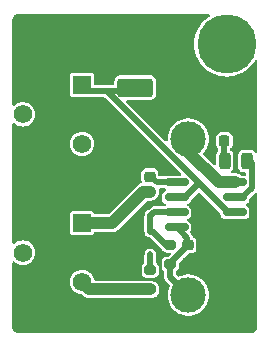
<source format=gtl>
G04 #@! TF.GenerationSoftware,KiCad,Pcbnew,8.0.1*
G04 #@! TF.CreationDate,2024-07-04T15:13:31+08:00*
G04 #@! TF.ProjectId,555Sandbox,35353553-616e-4646-926f-782e6b696361,1.0.0*
G04 #@! TF.SameCoordinates,Original*
G04 #@! TF.FileFunction,Copper,L1,Top*
G04 #@! TF.FilePolarity,Positive*
%FSLAX46Y46*%
G04 Gerber Fmt 4.6, Leading zero omitted, Abs format (unit mm)*
G04 Created by KiCad (PCBNEW 8.0.1) date 2024-07-04 15:13:31*
%MOMM*%
%LPD*%
G01*
G04 APERTURE LIST*
G04 Aperture macros list*
%AMRoundRect*
0 Rectangle with rounded corners*
0 $1 Rounding radius*
0 $2 $3 $4 $5 $6 $7 $8 $9 X,Y pos of 4 corners*
0 Add a 4 corners polygon primitive as box body*
4,1,4,$2,$3,$4,$5,$6,$7,$8,$9,$2,$3,0*
0 Add four circle primitives for the rounded corners*
1,1,$1+$1,$2,$3*
1,1,$1+$1,$4,$5*
1,1,$1+$1,$6,$7*
1,1,$1+$1,$8,$9*
0 Add four rect primitives between the rounded corners*
20,1,$1+$1,$2,$3,$4,$5,0*
20,1,$1+$1,$4,$5,$6,$7,0*
20,1,$1+$1,$6,$7,$8,$9,0*
20,1,$1+$1,$8,$9,$2,$3,0*%
G04 Aperture macros list end*
G04 #@! TA.AperFunction,SMDPad,CuDef*
%ADD10RoundRect,0.150000X0.825000X0.150000X-0.825000X0.150000X-0.825000X-0.150000X0.825000X-0.150000X0*%
G04 #@! TD*
G04 #@! TA.AperFunction,SMDPad,CuDef*
%ADD11RoundRect,0.243750X-0.243750X-0.456250X0.243750X-0.456250X0.243750X0.456250X-0.243750X0.456250X0*%
G04 #@! TD*
G04 #@! TA.AperFunction,SMDPad,CuDef*
%ADD12RoundRect,0.250000X-1.250000X-0.550000X1.250000X-0.550000X1.250000X0.550000X-1.250000X0.550000X0*%
G04 #@! TD*
G04 #@! TA.AperFunction,SMDPad,CuDef*
%ADD13RoundRect,0.200000X-0.275000X0.200000X-0.275000X-0.200000X0.275000X-0.200000X0.275000X0.200000X0*%
G04 #@! TD*
G04 #@! TA.AperFunction,SMDPad,CuDef*
%ADD14RoundRect,0.225000X-0.225000X-0.250000X0.225000X-0.250000X0.225000X0.250000X-0.225000X0.250000X0*%
G04 #@! TD*
G04 #@! TA.AperFunction,SMDPad,CuDef*
%ADD15RoundRect,0.200000X0.275000X-0.200000X0.275000X0.200000X-0.275000X0.200000X-0.275000X-0.200000X0*%
G04 #@! TD*
G04 #@! TA.AperFunction,SMDPad,CuDef*
%ADD16RoundRect,0.225000X0.250000X-0.225000X0.250000X0.225000X-0.250000X0.225000X-0.250000X-0.225000X0*%
G04 #@! TD*
G04 #@! TA.AperFunction,SMDPad,CuDef*
%ADD17RoundRect,0.225000X-0.250000X0.225000X-0.250000X-0.225000X0.250000X-0.225000X0.250000X0.225000X0*%
G04 #@! TD*
G04 #@! TA.AperFunction,SMDPad,CuDef*
%ADD18RoundRect,0.112500X-0.112500X0.187500X-0.112500X-0.187500X0.112500X-0.187500X0.112500X0.187500X0*%
G04 #@! TD*
G04 #@! TA.AperFunction,ComponentPad*
%ADD19R,1.560000X1.560000*%
G04 #@! TD*
G04 #@! TA.AperFunction,ComponentPad*
%ADD20C,1.560000*%
G04 #@! TD*
G04 #@! TA.AperFunction,ComponentPad*
%ADD21C,5.000000*%
G04 #@! TD*
G04 #@! TA.AperFunction,ComponentPad*
%ADD22C,3.000000*%
G04 #@! TD*
G04 #@! TA.AperFunction,ViaPad*
%ADD23C,0.600000*%
G04 #@! TD*
G04 #@! TA.AperFunction,Conductor*
%ADD24C,0.500000*%
G04 #@! TD*
G04 #@! TA.AperFunction,Conductor*
%ADD25C,1.000000*%
G04 #@! TD*
G04 APERTURE END LIST*
D10*
X94300000Y-85470000D03*
X94300000Y-84200000D03*
X94300000Y-82930000D03*
X94300000Y-81660000D03*
X89350000Y-81660000D03*
X89350000Y-82930000D03*
X89350000Y-84200000D03*
X89350000Y-85470000D03*
D11*
X93437500Y-79850000D03*
X95312500Y-79850000D03*
D12*
X85850000Y-73650000D03*
X90250000Y-73650000D03*
D13*
X87125000Y-89075000D03*
X87125000Y-90725000D03*
D14*
X93400000Y-78150000D03*
X94950000Y-78150000D03*
D15*
X88825000Y-88600000D03*
X88825000Y-86950000D03*
D16*
X87100000Y-81175000D03*
X87100000Y-79625000D03*
D17*
X90300000Y-86975000D03*
X90300000Y-88525000D03*
D18*
X87125000Y-82450000D03*
X87125000Y-84550000D03*
X87125000Y-85750000D03*
X87125000Y-87850000D03*
D19*
X81350000Y-73400000D03*
D20*
X76350000Y-75900000D03*
X81350000Y-78400000D03*
D21*
X93600000Y-69950000D03*
D19*
X81350000Y-85100000D03*
D20*
X76350000Y-87600000D03*
X81350000Y-90100000D03*
D22*
X90350000Y-78000000D03*
X90350000Y-91200000D03*
D23*
X95750000Y-86750000D03*
X94000000Y-76450000D03*
X95500000Y-76450000D03*
X94250000Y-88250000D03*
X95500000Y-74950000D03*
X95750000Y-88250000D03*
D24*
X88825000Y-88525000D02*
X90350000Y-87000000D01*
D25*
X92910000Y-81660000D02*
X94300000Y-81660000D01*
D24*
X88825000Y-88600000D02*
X88825000Y-89675000D01*
X88825000Y-88625000D02*
X88825000Y-88525000D01*
X90275000Y-86395000D02*
X89350000Y-85470000D01*
D25*
X90350000Y-78000000D02*
X90350000Y-79100000D01*
D24*
X90275000Y-86975000D02*
X90275000Y-86395000D01*
X88825000Y-89675000D02*
X90350000Y-91200000D01*
X90225000Y-77500000D02*
X90125000Y-77400000D01*
X90225000Y-77500000D02*
X90192743Y-77467743D01*
D25*
X90350000Y-79100000D02*
X92910000Y-81660000D01*
D24*
X87193502Y-81175000D02*
X86925000Y-81175000D01*
X89350000Y-81660000D02*
X87678502Y-81660000D01*
X87678502Y-81660000D02*
X87193502Y-81175000D01*
X90095000Y-82930000D02*
X91271342Y-81753658D01*
X83450000Y-73932316D02*
X93717684Y-84200000D01*
X81890000Y-73900000D02*
X81490000Y-73500000D01*
X89350000Y-82930000D02*
X90095000Y-82930000D01*
X86050000Y-74200000D02*
X85750000Y-73900000D01*
X93717684Y-84200000D02*
X94300000Y-84200000D01*
X85750000Y-73900000D02*
X81890000Y-73900000D01*
X87125000Y-84550000D02*
X87125000Y-85750000D01*
X88825000Y-86975000D02*
X88825000Y-86950000D01*
X89350000Y-84200000D02*
X87475000Y-84200000D01*
X88825000Y-86950000D02*
X88475000Y-86950000D01*
X88475000Y-86950000D02*
X87275000Y-85750000D01*
X87275000Y-85750000D02*
X87125000Y-85750000D01*
X87475000Y-84200000D02*
X87125000Y-84550000D01*
D25*
X83900000Y-85100000D02*
X81350000Y-85100000D01*
X87125000Y-82450000D02*
X86550000Y-82450000D01*
X86550000Y-82450000D02*
X83900000Y-85100000D01*
D24*
X87125000Y-87850000D02*
X87125000Y-89075000D01*
X95725000Y-80000000D02*
X95725000Y-82125000D01*
X95575000Y-79850000D02*
X95725000Y-80000000D01*
X95725000Y-82125000D02*
X94920000Y-82930000D01*
X94920000Y-82930000D02*
X94300000Y-82930000D01*
X93400000Y-78150000D02*
X93400000Y-79550000D01*
D25*
X81975000Y-90725000D02*
X87125000Y-90725000D01*
X81350000Y-90100000D02*
X81975000Y-90725000D01*
G04 #@! TA.AperFunction,Conductor*
G36*
X92122977Y-67420185D02*
G01*
X92168732Y-67472989D01*
X92178676Y-67542147D01*
X92149651Y-67605703D01*
X92120091Y-67630614D01*
X92067126Y-67662632D01*
X92034673Y-67682251D01*
X91772744Y-67887460D01*
X91537460Y-68122744D01*
X91332251Y-68384673D01*
X91160101Y-68669445D01*
X91160100Y-68669447D01*
X91023536Y-68972880D01*
X91023530Y-68972895D01*
X90924546Y-69290550D01*
X90864563Y-69617863D01*
X90844473Y-69950000D01*
X90864563Y-70282136D01*
X90864563Y-70282141D01*
X90864564Y-70282142D01*
X90924544Y-70609441D01*
X90924545Y-70609445D01*
X90924546Y-70609449D01*
X91023530Y-70927104D01*
X91023534Y-70927116D01*
X91023537Y-70927123D01*
X91160102Y-71230557D01*
X91230616Y-71347201D01*
X91332251Y-71515326D01*
X91537460Y-71777255D01*
X91772744Y-72012539D01*
X92034673Y-72217748D01*
X92034678Y-72217751D01*
X92034682Y-72217754D01*
X92319443Y-72389898D01*
X92622877Y-72526463D01*
X92622890Y-72526467D01*
X92622895Y-72526469D01*
X92834665Y-72592458D01*
X92940559Y-72625456D01*
X93267858Y-72685436D01*
X93600000Y-72705527D01*
X93932142Y-72685436D01*
X94259441Y-72625456D01*
X94577123Y-72526463D01*
X94880557Y-72389898D01*
X95165318Y-72217754D01*
X95427252Y-72012542D01*
X95662542Y-71777252D01*
X95867754Y-71515318D01*
X95969385Y-71347198D01*
X96020911Y-71300014D01*
X96089770Y-71288175D01*
X96154099Y-71315444D01*
X96193473Y-71373162D01*
X96199500Y-71411351D01*
X96199500Y-79055729D01*
X96179815Y-79122768D01*
X96127011Y-79168523D01*
X96057853Y-79178467D01*
X95994297Y-79149442D01*
X95976233Y-79130040D01*
X95970789Y-79122768D01*
X95909331Y-79040669D01*
X95840117Y-78988856D01*
X95795556Y-78955498D01*
X95795554Y-78955497D01*
X95662391Y-78905829D01*
X95662389Y-78905828D01*
X95662387Y-78905828D01*
X95603529Y-78899500D01*
X95021482Y-78899500D01*
X95021473Y-78899501D01*
X94962608Y-78905828D01*
X94829445Y-78955497D01*
X94715669Y-79040669D01*
X94630498Y-79154443D01*
X94630497Y-79154446D01*
X94590764Y-79260974D01*
X94580828Y-79287612D01*
X94574500Y-79346462D01*
X94574500Y-80353517D01*
X94574501Y-80353526D01*
X94580828Y-80412391D01*
X94624088Y-80528372D01*
X94630497Y-80545554D01*
X94715669Y-80659331D01*
X94829446Y-80744503D01*
X94962609Y-80794171D01*
X95021479Y-80800500D01*
X95100500Y-80800499D01*
X95167538Y-80820183D01*
X95213294Y-80872986D01*
X95224500Y-80924499D01*
X95224500Y-80985500D01*
X95204815Y-81052539D01*
X95152011Y-81098294D01*
X95100500Y-81109500D01*
X94862230Y-81109500D01*
X94795191Y-81089815D01*
X94783531Y-81080419D01*
X94783126Y-81080914D01*
X94778415Y-81077048D01*
X94655501Y-80994919D01*
X94655488Y-80994912D01*
X94518917Y-80938343D01*
X94518907Y-80938340D01*
X94373920Y-80909500D01*
X94373918Y-80909500D01*
X94072704Y-80909500D01*
X94005665Y-80889815D01*
X93959910Y-80837011D01*
X93949966Y-80767853D01*
X93978991Y-80704297D01*
X93998394Y-80686233D01*
X94000025Y-80685011D01*
X94034331Y-80659331D01*
X94119503Y-80545554D01*
X94169171Y-80412391D01*
X94171536Y-80390383D01*
X94175499Y-80353537D01*
X94175499Y-80353526D01*
X94175500Y-80353521D01*
X94175499Y-79346480D01*
X94169171Y-79287609D01*
X94119503Y-79154446D01*
X94034331Y-79040669D01*
X93965117Y-78988856D01*
X93950189Y-78977681D01*
X93908318Y-78921747D01*
X93900500Y-78878414D01*
X93900500Y-78849807D01*
X93920185Y-78782768D01*
X93950190Y-78750539D01*
X93964687Y-78739687D01*
X94046628Y-78630226D01*
X94094412Y-78502114D01*
X94096687Y-78480944D01*
X94100499Y-78445501D01*
X94100499Y-78445490D01*
X94100500Y-78445485D01*
X94100499Y-77854516D01*
X94094412Y-77797886D01*
X94046628Y-77669774D01*
X93964687Y-77560313D01*
X93898911Y-77511074D01*
X93855228Y-77478373D01*
X93855226Y-77478372D01*
X93727114Y-77430588D01*
X93727112Y-77430587D01*
X93727110Y-77430587D01*
X93670493Y-77424500D01*
X93129518Y-77424500D01*
X93129509Y-77424501D01*
X93072885Y-77430587D01*
X92944773Y-77478372D01*
X92835313Y-77560313D01*
X92753373Y-77669771D01*
X92705587Y-77797889D01*
X92699500Y-77854498D01*
X92699500Y-78445481D01*
X92699501Y-78445490D01*
X92705587Y-78502114D01*
X92742848Y-78602011D01*
X92753372Y-78630226D01*
X92835313Y-78739687D01*
X92835314Y-78739687D01*
X92835314Y-78739688D01*
X92849810Y-78750539D01*
X92891681Y-78806472D01*
X92899500Y-78849807D01*
X92899500Y-78934558D01*
X92879815Y-79001597D01*
X92849812Y-79033824D01*
X92840667Y-79040669D01*
X92755499Y-79154441D01*
X92755497Y-79154445D01*
X92755497Y-79154446D01*
X92715763Y-79260975D01*
X92705828Y-79287612D01*
X92699500Y-79346462D01*
X92699500Y-80088770D01*
X92679815Y-80155809D01*
X92627011Y-80201564D01*
X92557853Y-80211508D01*
X92494297Y-80182483D01*
X92487819Y-80176451D01*
X91656839Y-79345471D01*
X91623354Y-79284148D01*
X91628338Y-79214456D01*
X91647570Y-79180481D01*
X91800386Y-78988857D01*
X91931568Y-78761643D01*
X92027420Y-78517416D01*
X92085802Y-78261630D01*
X92090571Y-78197988D01*
X92105408Y-78000004D01*
X92105408Y-77999995D01*
X92085803Y-77738379D01*
X92085802Y-77738374D01*
X92085802Y-77738370D01*
X92027420Y-77482584D01*
X91931568Y-77238357D01*
X91800386Y-77011143D01*
X91636805Y-76806019D01*
X91636804Y-76806018D01*
X91636801Y-76806014D01*
X91444479Y-76627567D01*
X91227704Y-76479772D01*
X91227700Y-76479770D01*
X91227697Y-76479768D01*
X91227696Y-76479767D01*
X90991325Y-76365938D01*
X90991327Y-76365938D01*
X90740623Y-76288606D01*
X90740619Y-76288605D01*
X90740615Y-76288604D01*
X90615823Y-76269794D01*
X90481187Y-76249500D01*
X90481182Y-76249500D01*
X90218818Y-76249500D01*
X90218812Y-76249500D01*
X90057247Y-76273853D01*
X89959385Y-76288604D01*
X89959382Y-76288605D01*
X89959376Y-76288606D01*
X89708673Y-76365938D01*
X89472303Y-76479767D01*
X89472302Y-76479768D01*
X89255520Y-76627567D01*
X89063198Y-76806014D01*
X88899614Y-77011143D01*
X88768432Y-77238356D01*
X88672582Y-77482578D01*
X88672576Y-77482597D01*
X88614197Y-77738374D01*
X88614196Y-77738379D01*
X88594592Y-77999995D01*
X88594592Y-78000006D01*
X88599517Y-78065739D01*
X88584897Y-78134062D01*
X88535659Y-78183634D01*
X88467437Y-78198717D01*
X88401890Y-78174522D01*
X88388183Y-78162685D01*
X85137678Y-74912180D01*
X85104193Y-74850857D01*
X85109177Y-74781165D01*
X85151049Y-74725232D01*
X85216513Y-74700815D01*
X85225359Y-74700499D01*
X85974105Y-74700499D01*
X85974117Y-74700500D01*
X85984107Y-74700500D01*
X86130326Y-74700500D01*
X86130334Y-74700499D01*
X87147871Y-74700499D01*
X87147872Y-74700499D01*
X87207483Y-74694091D01*
X87342331Y-74643796D01*
X87457546Y-74557546D01*
X87543796Y-74442331D01*
X87594091Y-74307483D01*
X87600500Y-74247873D01*
X87600499Y-73052128D01*
X87594091Y-72992517D01*
X87543796Y-72857669D01*
X87543795Y-72857668D01*
X87543793Y-72857664D01*
X87457547Y-72742455D01*
X87457544Y-72742452D01*
X87342335Y-72656206D01*
X87342328Y-72656202D01*
X87207482Y-72605908D01*
X87207483Y-72605908D01*
X87147883Y-72599501D01*
X87147881Y-72599500D01*
X87147873Y-72599500D01*
X87147864Y-72599500D01*
X84552129Y-72599500D01*
X84552123Y-72599501D01*
X84492516Y-72605908D01*
X84357671Y-72656202D01*
X84357664Y-72656206D01*
X84242455Y-72742452D01*
X84242452Y-72742455D01*
X84156206Y-72857664D01*
X84156202Y-72857671D01*
X84105908Y-72992517D01*
X84099501Y-73052116D01*
X84099501Y-73052123D01*
X84099500Y-73052135D01*
X84099500Y-73275500D01*
X84079815Y-73342539D01*
X84027011Y-73388294D01*
X83975500Y-73399500D01*
X82504500Y-73399500D01*
X82437461Y-73379815D01*
X82391706Y-73327011D01*
X82380500Y-73275500D01*
X82380500Y-72595323D01*
X82380499Y-72595321D01*
X82365967Y-72522264D01*
X82365966Y-72522260D01*
X82310601Y-72439399D01*
X82236518Y-72389899D01*
X82227739Y-72384033D01*
X82227735Y-72384032D01*
X82154677Y-72369500D01*
X82154674Y-72369500D01*
X80545326Y-72369500D01*
X80545323Y-72369500D01*
X80472264Y-72384032D01*
X80472260Y-72384033D01*
X80389399Y-72439399D01*
X80334033Y-72522260D01*
X80334032Y-72522264D01*
X80319500Y-72595321D01*
X80319500Y-74204678D01*
X80334032Y-74277735D01*
X80334033Y-74277739D01*
X80334034Y-74277740D01*
X80389399Y-74360601D01*
X80449143Y-74400520D01*
X80472260Y-74415966D01*
X80472264Y-74415967D01*
X80545321Y-74430499D01*
X80545324Y-74430500D01*
X80545326Y-74430500D01*
X82154676Y-74430500D01*
X82227740Y-74415966D01*
X82239023Y-74411293D01*
X82240499Y-74414858D01*
X82286276Y-74400520D01*
X82288501Y-74400500D01*
X83159008Y-74400500D01*
X83226047Y-74420185D01*
X83246689Y-74436819D01*
X89707689Y-80897819D01*
X89741174Y-80959142D01*
X89736190Y-81028834D01*
X89694318Y-81084767D01*
X89628854Y-81109184D01*
X89620008Y-81109500D01*
X88493482Y-81109500D01*
X88399694Y-81124354D01*
X88357243Y-81145985D01*
X88300948Y-81159500D01*
X87949499Y-81159500D01*
X87882460Y-81139815D01*
X87836705Y-81087011D01*
X87825499Y-81035500D01*
X87825499Y-80904518D01*
X87825498Y-80904509D01*
X87819412Y-80847885D01*
X87789561Y-80767853D01*
X87771628Y-80719774D01*
X87689687Y-80610313D01*
X87623911Y-80561074D01*
X87580228Y-80528373D01*
X87580226Y-80528372D01*
X87452114Y-80480588D01*
X87452112Y-80480587D01*
X87452110Y-80480587D01*
X87395493Y-80474500D01*
X86804518Y-80474500D01*
X86804509Y-80474501D01*
X86747885Y-80480587D01*
X86619773Y-80528372D01*
X86510313Y-80610313D01*
X86428373Y-80719771D01*
X86380587Y-80847889D01*
X86374500Y-80904498D01*
X86374500Y-81445481D01*
X86374501Y-81445490D01*
X86380588Y-81502116D01*
X86405237Y-81568201D01*
X86410222Y-81637892D01*
X86376738Y-81699216D01*
X86336509Y-81726096D01*
X86194506Y-81784915D01*
X86145461Y-81817686D01*
X86145460Y-81817685D01*
X86071585Y-81867046D01*
X86071578Y-81867052D01*
X83625451Y-84313181D01*
X83564128Y-84346666D01*
X83537770Y-84349500D01*
X82493040Y-84349500D01*
X82426001Y-84329815D01*
X82380246Y-84277011D01*
X82371423Y-84249691D01*
X82365967Y-84222263D01*
X82365966Y-84222260D01*
X82310601Y-84139399D01*
X82227740Y-84084034D01*
X82227739Y-84084033D01*
X82227735Y-84084032D01*
X82154677Y-84069500D01*
X82154674Y-84069500D01*
X80545326Y-84069500D01*
X80545323Y-84069500D01*
X80472264Y-84084032D01*
X80472260Y-84084033D01*
X80389399Y-84139399D01*
X80334033Y-84222260D01*
X80334032Y-84222264D01*
X80319500Y-84295321D01*
X80319500Y-85904678D01*
X80334032Y-85977735D01*
X80334033Y-85977739D01*
X80334034Y-85977740D01*
X80389399Y-86060601D01*
X80472260Y-86115966D01*
X80472264Y-86115967D01*
X80545321Y-86130499D01*
X80545324Y-86130500D01*
X80545326Y-86130500D01*
X82154676Y-86130500D01*
X82154677Y-86130499D01*
X82227740Y-86115966D01*
X82310601Y-86060601D01*
X82365966Y-85977740D01*
X82367118Y-85971948D01*
X82371423Y-85950309D01*
X82403807Y-85888398D01*
X82464523Y-85853824D01*
X82493040Y-85850500D01*
X83973920Y-85850500D01*
X84083406Y-85828721D01*
X84118913Y-85821658D01*
X84255495Y-85765084D01*
X84304729Y-85732186D01*
X84378416Y-85682952D01*
X86824549Y-83236819D01*
X86885872Y-83203334D01*
X86912230Y-83200500D01*
X87198920Y-83200500D01*
X87296462Y-83181096D01*
X87343913Y-83171658D01*
X87480495Y-83115084D01*
X87603416Y-83032951D01*
X87707951Y-82928416D01*
X87790084Y-82805495D01*
X87846658Y-82668913D01*
X87870481Y-82549152D01*
X87875500Y-82523920D01*
X87875500Y-82376079D01*
X87862095Y-82308692D01*
X87868322Y-82239101D01*
X87911184Y-82183923D01*
X87977074Y-82160678D01*
X87983712Y-82160500D01*
X88300948Y-82160500D01*
X88357242Y-82174015D01*
X88377850Y-82184515D01*
X88428646Y-82232488D01*
X88445442Y-82300309D01*
X88422905Y-82366444D01*
X88377852Y-82405484D01*
X88286658Y-82451950D01*
X88286657Y-82451951D01*
X88286652Y-82451954D01*
X88196954Y-82541652D01*
X88196951Y-82541657D01*
X88139352Y-82654698D01*
X88124500Y-82748475D01*
X88124500Y-83111517D01*
X88134025Y-83171656D01*
X88139354Y-83205304D01*
X88196950Y-83318342D01*
X88196952Y-83318344D01*
X88196954Y-83318347D01*
X88286652Y-83408045D01*
X88286654Y-83408046D01*
X88286658Y-83408050D01*
X88377851Y-83454515D01*
X88428646Y-83502489D01*
X88445441Y-83570310D01*
X88422904Y-83636444D01*
X88377855Y-83675481D01*
X88357248Y-83685982D01*
X88300948Y-83699500D01*
X87409108Y-83699500D01*
X87281812Y-83733608D01*
X87167686Y-83799500D01*
X86995009Y-83972176D01*
X86933685Y-84005660D01*
X86925209Y-84007198D01*
X86907492Y-84009779D01*
X86907488Y-84009781D01*
X86798651Y-84062988D01*
X86712988Y-84148651D01*
X86659780Y-84257488D01*
X86659780Y-84257491D01*
X86649500Y-84328051D01*
X86649500Y-84328056D01*
X86649500Y-84374480D01*
X86645275Y-84406572D01*
X86624500Y-84484106D01*
X86624500Y-85815893D01*
X86645275Y-85893429D01*
X86649500Y-85925519D01*
X86649500Y-85971949D01*
X86659779Y-86042506D01*
X86659779Y-86042507D01*
X86659780Y-86042509D01*
X86712530Y-86150410D01*
X86712989Y-86151349D01*
X86798651Y-86237011D01*
X86907488Y-86290219D01*
X86907489Y-86290219D01*
X86907491Y-86290220D01*
X86978051Y-86300500D01*
X87066323Y-86300499D01*
X87133361Y-86320183D01*
X87154004Y-86336818D01*
X88070159Y-87252972D01*
X88070180Y-87252995D01*
X88109505Y-87292319D01*
X88138866Y-87339045D01*
X88147207Y-87362882D01*
X88227850Y-87472150D01*
X88337118Y-87552793D01*
X88379845Y-87567744D01*
X88465299Y-87597646D01*
X88495730Y-87600500D01*
X88495734Y-87600500D01*
X88742324Y-87600500D01*
X88809363Y-87620185D01*
X88855118Y-87672989D01*
X88865062Y-87742147D01*
X88836037Y-87805703D01*
X88830005Y-87812181D01*
X88729005Y-87913181D01*
X88667682Y-87946666D01*
X88641324Y-87949500D01*
X88495730Y-87949500D01*
X88465300Y-87952353D01*
X88465298Y-87952353D01*
X88337119Y-87997206D01*
X88337117Y-87997207D01*
X88227850Y-88077850D01*
X88147207Y-88187117D01*
X88147206Y-88187119D01*
X88102353Y-88315298D01*
X88102353Y-88315300D01*
X88099500Y-88345730D01*
X88099500Y-88854269D01*
X88102353Y-88884699D01*
X88102353Y-88884701D01*
X88147206Y-89012880D01*
X88147207Y-89012882D01*
X88227850Y-89122150D01*
X88274134Y-89156309D01*
X88316384Y-89211954D01*
X88324500Y-89256078D01*
X88324500Y-89740891D01*
X88358608Y-89868187D01*
X88375814Y-89897988D01*
X88424500Y-89982314D01*
X88424502Y-89982316D01*
X88742659Y-90300473D01*
X88776144Y-90361796D01*
X88771160Y-90431488D01*
X88770083Y-90434020D01*
X88770127Y-90434038D01*
X88672582Y-90682578D01*
X88672576Y-90682597D01*
X88614197Y-90938374D01*
X88614196Y-90938379D01*
X88594592Y-91199995D01*
X88594592Y-91200004D01*
X88614196Y-91461620D01*
X88614197Y-91461625D01*
X88672576Y-91717402D01*
X88672578Y-91717411D01*
X88672580Y-91717416D01*
X88768432Y-91961643D01*
X88899614Y-92188857D01*
X89031736Y-92354533D01*
X89063198Y-92393985D01*
X89244753Y-92562441D01*
X89255521Y-92572433D01*
X89472296Y-92720228D01*
X89472301Y-92720230D01*
X89472302Y-92720231D01*
X89472303Y-92720232D01*
X89597843Y-92780688D01*
X89708673Y-92834061D01*
X89708674Y-92834061D01*
X89708677Y-92834063D01*
X89959385Y-92911396D01*
X90218818Y-92950500D01*
X90481182Y-92950500D01*
X90740615Y-92911396D01*
X90991323Y-92834063D01*
X91227704Y-92720228D01*
X91444479Y-92572433D01*
X91636805Y-92393981D01*
X91800386Y-92188857D01*
X91931568Y-91961643D01*
X92027420Y-91717416D01*
X92085802Y-91461630D01*
X92086924Y-91446656D01*
X92105408Y-91200004D01*
X92105408Y-91199995D01*
X92085803Y-90938379D01*
X92085802Y-90938374D01*
X92085802Y-90938370D01*
X92027420Y-90682584D01*
X91931568Y-90438357D01*
X91800386Y-90211143D01*
X91636805Y-90006019D01*
X91636804Y-90006018D01*
X91636801Y-90006014D01*
X91444479Y-89827567D01*
X91317350Y-89740892D01*
X91227704Y-89679772D01*
X91227700Y-89679770D01*
X91227697Y-89679768D01*
X91227696Y-89679767D01*
X90991325Y-89565938D01*
X90991327Y-89565938D01*
X90740623Y-89488606D01*
X90740619Y-89488605D01*
X90740615Y-89488604D01*
X90601836Y-89467686D01*
X90481187Y-89449500D01*
X90481182Y-89449500D01*
X90218818Y-89449500D01*
X90218812Y-89449500D01*
X90057247Y-89473853D01*
X89959385Y-89488604D01*
X89959382Y-89488605D01*
X89959376Y-89488606D01*
X89708686Y-89565933D01*
X89708677Y-89565937D01*
X89595631Y-89620376D01*
X89526690Y-89631727D01*
X89462556Y-89604004D01*
X89454150Y-89596336D01*
X89361819Y-89504005D01*
X89328334Y-89442682D01*
X89325500Y-89416324D01*
X89325500Y-89256078D01*
X89345185Y-89189039D01*
X89375864Y-89156310D01*
X89422150Y-89122150D01*
X89502793Y-89012882D01*
X89525219Y-88948790D01*
X89547646Y-88884701D01*
X89547646Y-88884699D01*
X89550500Y-88854269D01*
X89550500Y-88558675D01*
X89570185Y-88491636D01*
X89586815Y-88470998D01*
X90345995Y-87711817D01*
X90407318Y-87678333D01*
X90433676Y-87675499D01*
X90595481Y-87675499D01*
X90595484Y-87675499D01*
X90652114Y-87669412D01*
X90780226Y-87621628D01*
X90889687Y-87539687D01*
X90971628Y-87430226D01*
X91019412Y-87302114D01*
X91021687Y-87280944D01*
X91025499Y-87245501D01*
X91025499Y-87245494D01*
X91025500Y-87245485D01*
X91025499Y-86704516D01*
X91019412Y-86647886D01*
X91017715Y-86643337D01*
X90978097Y-86537118D01*
X90971628Y-86519774D01*
X90889687Y-86410313D01*
X90808422Y-86349479D01*
X90766552Y-86293546D01*
X90762962Y-86282317D01*
X90741392Y-86201814D01*
X90675500Y-86087686D01*
X90582314Y-85994500D01*
X90547550Y-85959736D01*
X90514065Y-85898413D01*
X90519049Y-85828721D01*
X90524747Y-85815760D01*
X90560645Y-85745306D01*
X90560647Y-85745301D01*
X90575499Y-85651524D01*
X90575500Y-85651519D01*
X90575499Y-85288482D01*
X90560646Y-85194696D01*
X90503050Y-85081658D01*
X90503046Y-85081654D01*
X90503045Y-85081652D01*
X90413347Y-84991954D01*
X90413343Y-84991951D01*
X90413342Y-84991950D01*
X90410599Y-84990552D01*
X90322147Y-84945483D01*
X90271352Y-84897509D01*
X90254557Y-84829687D01*
X90277095Y-84763553D01*
X90322145Y-84724517D01*
X90413342Y-84678050D01*
X90503050Y-84588342D01*
X90560646Y-84475304D01*
X90560646Y-84475302D01*
X90560647Y-84475301D01*
X90575499Y-84381524D01*
X90575500Y-84381519D01*
X90575499Y-84018482D01*
X90560646Y-83924696D01*
X90503050Y-83811658D01*
X90503046Y-83811654D01*
X90503045Y-83811652D01*
X90413347Y-83721954D01*
X90413343Y-83721951D01*
X90413342Y-83721950D01*
X90369282Y-83699500D01*
X90322147Y-83675483D01*
X90271352Y-83627509D01*
X90254557Y-83559687D01*
X90277095Y-83493553D01*
X90322145Y-83454517D01*
X90413342Y-83408050D01*
X90503050Y-83318342D01*
X90560646Y-83205304D01*
X90560646Y-83205299D01*
X90563660Y-83196026D01*
X90564975Y-83196453D01*
X90590501Y-83142598D01*
X90595353Y-83137459D01*
X91183664Y-82549149D01*
X91244983Y-82515667D01*
X91314675Y-82520651D01*
X91359022Y-82549152D01*
X93038181Y-84228311D01*
X93071666Y-84289634D01*
X93074500Y-84315990D01*
X93074500Y-84381516D01*
X93084649Y-84445596D01*
X93089354Y-84475304D01*
X93146950Y-84588342D01*
X93146952Y-84588344D01*
X93146954Y-84588347D01*
X93236652Y-84678045D01*
X93236654Y-84678046D01*
X93236658Y-84678050D01*
X93349694Y-84735645D01*
X93349698Y-84735647D01*
X93443475Y-84750499D01*
X93443481Y-84750500D01*
X95156518Y-84750499D01*
X95250304Y-84735646D01*
X95363342Y-84678050D01*
X95453050Y-84588342D01*
X95510646Y-84475304D01*
X95510646Y-84475302D01*
X95510647Y-84475301D01*
X95525499Y-84381524D01*
X95525500Y-84381519D01*
X95525499Y-84018482D01*
X95510646Y-83924696D01*
X95453050Y-83811658D01*
X95453046Y-83811654D01*
X95453045Y-83811652D01*
X95363347Y-83721954D01*
X95363343Y-83721951D01*
X95363342Y-83721950D01*
X95319282Y-83699500D01*
X95272147Y-83675483D01*
X95221352Y-83627509D01*
X95204557Y-83559687D01*
X95227095Y-83493553D01*
X95272145Y-83454517D01*
X95363342Y-83408050D01*
X95453050Y-83318342D01*
X95510646Y-83205304D01*
X95510646Y-83205302D01*
X95510647Y-83205301D01*
X95525499Y-83111524D01*
X95525500Y-83111519D01*
X95525499Y-83083676D01*
X95545182Y-83016639D01*
X95561813Y-82995999D01*
X95987820Y-82569993D01*
X96049142Y-82536509D01*
X96118834Y-82541493D01*
X96174767Y-82583365D01*
X96199184Y-82648829D01*
X96199500Y-82657675D01*
X96199500Y-93893038D01*
X96198720Y-93906923D01*
X96188540Y-93997264D01*
X96182362Y-94024333D01*
X96154648Y-94103537D01*
X96142600Y-94128555D01*
X96097957Y-94199604D01*
X96080644Y-94221313D01*
X96021313Y-94280644D01*
X95999604Y-94297957D01*
X95928555Y-94342600D01*
X95903537Y-94354648D01*
X95824333Y-94382362D01*
X95797264Y-94388540D01*
X95717075Y-94397576D01*
X95706921Y-94398720D01*
X95693038Y-94399500D01*
X75956929Y-94399500D01*
X75943108Y-94398727D01*
X75851596Y-94388463D01*
X75824640Y-94382340D01*
X75744255Y-94354349D01*
X75719326Y-94342406D01*
X75647138Y-94297302D01*
X75625479Y-94280137D01*
X75565073Y-94220158D01*
X75547756Y-94198622D01*
X75502143Y-94126760D01*
X75490023Y-94101916D01*
X75461461Y-94021728D01*
X75455149Y-93994831D01*
X75451372Y-93963184D01*
X75450500Y-93948500D01*
X75450500Y-90100000D01*
X80314514Y-90100000D01*
X80334410Y-90302011D01*
X80393337Y-90496267D01*
X80489021Y-90675279D01*
X80489025Y-90675286D01*
X80617800Y-90832199D01*
X80774713Y-90960974D01*
X80774720Y-90960978D01*
X80953732Y-91056662D01*
X80953734Y-91056662D01*
X80953737Y-91056664D01*
X81147987Y-91115589D01*
X81147986Y-91115589D01*
X81190759Y-91119801D01*
X81277137Y-91128309D01*
X81341924Y-91154470D01*
X81352664Y-91164031D01*
X81392048Y-91203415D01*
X81392049Y-91203416D01*
X81496584Y-91307951D01*
X81496585Y-91307952D01*
X81619498Y-91390080D01*
X81619511Y-91390087D01*
X81756082Y-91446656D01*
X81756087Y-91446658D01*
X81756091Y-91446658D01*
X81756092Y-91446659D01*
X81901079Y-91475500D01*
X81901082Y-91475500D01*
X87198920Y-91475500D01*
X87296462Y-91456096D01*
X87343913Y-91446658D01*
X87480495Y-91390084D01*
X87517582Y-91365302D01*
X87545511Y-91351366D01*
X87612882Y-91327793D01*
X87722150Y-91247150D01*
X87802793Y-91137882D01*
X87831213Y-91056662D01*
X87847646Y-91009701D01*
X87847646Y-91009699D01*
X87850500Y-90979269D01*
X87850500Y-90936810D01*
X87852883Y-90912618D01*
X87875500Y-90798920D01*
X87875500Y-90651079D01*
X87852883Y-90537380D01*
X87850500Y-90513188D01*
X87850500Y-90470730D01*
X87847646Y-90440300D01*
X87847646Y-90440298D01*
X87802793Y-90312119D01*
X87802792Y-90312117D01*
X87795335Y-90302013D01*
X87722150Y-90202850D01*
X87612882Y-90122207D01*
X87612880Y-90122206D01*
X87545516Y-90098634D01*
X87517584Y-90084697D01*
X87480495Y-90059916D01*
X87480493Y-90059915D01*
X87480491Y-90059914D01*
X87343913Y-90003342D01*
X87343907Y-90003340D01*
X87198920Y-89974500D01*
X87198918Y-89974500D01*
X82480764Y-89974500D01*
X82413725Y-89954815D01*
X82367970Y-89902011D01*
X82362103Y-89886496D01*
X82344227Y-89827567D01*
X82306664Y-89703737D01*
X82306661Y-89703733D01*
X82306661Y-89703730D01*
X82210978Y-89524720D01*
X82210974Y-89524713D01*
X82082199Y-89367800D01*
X82035249Y-89329269D01*
X86399500Y-89329269D01*
X86402353Y-89359699D01*
X86402353Y-89359701D01*
X86440140Y-89467686D01*
X86447207Y-89487882D01*
X86527850Y-89597150D01*
X86637118Y-89677793D01*
X86679845Y-89692744D01*
X86765299Y-89722646D01*
X86795730Y-89725500D01*
X86795734Y-89725500D01*
X87454270Y-89725500D01*
X87484699Y-89722646D01*
X87484701Y-89722646D01*
X87548790Y-89700219D01*
X87612882Y-89677793D01*
X87722150Y-89597150D01*
X87802793Y-89487882D01*
X87827832Y-89416324D01*
X87847646Y-89359701D01*
X87847646Y-89359699D01*
X87850500Y-89329269D01*
X87850500Y-88820730D01*
X87847646Y-88790300D01*
X87847646Y-88790298D01*
X87802793Y-88662119D01*
X87802792Y-88662117D01*
X87722150Y-88552850D01*
X87722146Y-88552847D01*
X87675866Y-88518690D01*
X87633615Y-88463042D01*
X87625500Y-88418920D01*
X87625500Y-87784110D01*
X87625500Y-87784108D01*
X87604724Y-87706570D01*
X87600499Y-87674477D01*
X87600499Y-87628049D01*
X87590220Y-87557493D01*
X87590220Y-87557491D01*
X87537012Y-87448653D01*
X87537010Y-87448651D01*
X87537010Y-87448650D01*
X87451348Y-87362988D01*
X87342511Y-87309780D01*
X87324869Y-87307210D01*
X87271949Y-87299500D01*
X87271943Y-87299500D01*
X86978049Y-87299500D01*
X86907493Y-87309779D01*
X86798650Y-87362989D01*
X86712988Y-87448651D01*
X86659780Y-87557488D01*
X86655925Y-87583951D01*
X86649500Y-87628051D01*
X86649500Y-87628056D01*
X86649500Y-87674480D01*
X86645275Y-87706572D01*
X86624500Y-87784106D01*
X86624500Y-88418920D01*
X86604815Y-88485959D01*
X86574134Y-88518690D01*
X86527853Y-88552847D01*
X86527850Y-88552850D01*
X86447207Y-88662117D01*
X86447206Y-88662119D01*
X86402353Y-88790298D01*
X86402353Y-88790300D01*
X86399500Y-88820730D01*
X86399500Y-89329269D01*
X82035249Y-89329269D01*
X81925286Y-89239025D01*
X81925279Y-89239021D01*
X81746267Y-89143337D01*
X81649138Y-89113873D01*
X81552013Y-89084411D01*
X81552011Y-89084410D01*
X81552013Y-89084410D01*
X81350000Y-89064514D01*
X81147988Y-89084410D01*
X80953732Y-89143337D01*
X80774720Y-89239021D01*
X80774713Y-89239025D01*
X80617800Y-89367800D01*
X80489025Y-89524713D01*
X80489021Y-89524720D01*
X80393337Y-89703732D01*
X80334410Y-89897988D01*
X80314514Y-90100000D01*
X75450500Y-90100000D01*
X75450500Y-88457075D01*
X75470185Y-88390036D01*
X75522989Y-88344281D01*
X75592147Y-88334337D01*
X75653165Y-88361222D01*
X75774713Y-88460974D01*
X75774720Y-88460978D01*
X75953732Y-88556662D01*
X75953734Y-88556662D01*
X75953737Y-88556664D01*
X76147987Y-88615589D01*
X76147986Y-88615589D01*
X76166099Y-88617372D01*
X76350000Y-88635486D01*
X76552013Y-88615589D01*
X76746263Y-88556664D01*
X76925285Y-88460975D01*
X77082199Y-88332199D01*
X77210975Y-88175285D01*
X77268388Y-88067871D01*
X77306662Y-87996267D01*
X77306662Y-87996266D01*
X77306664Y-87996263D01*
X77365589Y-87802013D01*
X77385486Y-87600000D01*
X77365589Y-87397987D01*
X77306664Y-87203737D01*
X77306662Y-87203734D01*
X77306662Y-87203732D01*
X77210978Y-87024720D01*
X77210974Y-87024713D01*
X77082199Y-86867800D01*
X76925286Y-86739025D01*
X76925279Y-86739021D01*
X76746267Y-86643337D01*
X76649138Y-86613873D01*
X76552013Y-86584411D01*
X76552011Y-86584410D01*
X76552013Y-86584410D01*
X76350000Y-86564514D01*
X76147988Y-86584410D01*
X75953732Y-86643337D01*
X75774720Y-86739021D01*
X75774714Y-86739025D01*
X75653164Y-86838778D01*
X75588854Y-86866090D01*
X75519987Y-86854299D01*
X75468427Y-86807146D01*
X75450500Y-86742924D01*
X75450500Y-78400000D01*
X80314514Y-78400000D01*
X80334410Y-78602011D01*
X80393337Y-78796267D01*
X80489021Y-78975279D01*
X80489025Y-78975286D01*
X80617800Y-79132199D01*
X80774713Y-79260974D01*
X80774720Y-79260978D01*
X80953732Y-79356662D01*
X80953734Y-79356662D01*
X80953737Y-79356664D01*
X81147987Y-79415589D01*
X81147986Y-79415589D01*
X81166099Y-79417372D01*
X81350000Y-79435486D01*
X81552013Y-79415589D01*
X81746263Y-79356664D01*
X81925285Y-79260975D01*
X82082199Y-79132199D01*
X82210975Y-78975285D01*
X82306664Y-78796263D01*
X82365589Y-78602013D01*
X82385486Y-78400000D01*
X82365589Y-78197987D01*
X82306664Y-78003737D01*
X82306662Y-78003734D01*
X82306662Y-78003732D01*
X82210978Y-77824720D01*
X82210974Y-77824713D01*
X82082199Y-77667800D01*
X81925286Y-77539025D01*
X81925279Y-77539021D01*
X81746267Y-77443337D01*
X81649138Y-77413873D01*
X81552013Y-77384411D01*
X81552011Y-77384410D01*
X81552013Y-77384410D01*
X81350000Y-77364514D01*
X81147988Y-77384410D01*
X80953732Y-77443337D01*
X80774720Y-77539021D01*
X80774713Y-77539025D01*
X80617800Y-77667800D01*
X80489025Y-77824713D01*
X80489021Y-77824720D01*
X80393337Y-78003732D01*
X80334410Y-78197988D01*
X80314514Y-78400000D01*
X75450500Y-78400000D01*
X75450500Y-76757075D01*
X75470185Y-76690036D01*
X75522989Y-76644281D01*
X75592147Y-76634337D01*
X75653165Y-76661222D01*
X75774713Y-76760974D01*
X75774720Y-76760978D01*
X75953732Y-76856662D01*
X75953734Y-76856662D01*
X75953737Y-76856664D01*
X76147987Y-76915589D01*
X76147986Y-76915589D01*
X76166099Y-76917372D01*
X76350000Y-76935486D01*
X76552013Y-76915589D01*
X76746263Y-76856664D01*
X76925285Y-76760975D01*
X77082199Y-76632199D01*
X77210975Y-76475285D01*
X77306664Y-76296263D01*
X77365589Y-76102013D01*
X77385486Y-75900000D01*
X77365589Y-75697987D01*
X77306664Y-75503737D01*
X77306662Y-75503734D01*
X77306662Y-75503732D01*
X77210978Y-75324720D01*
X77210974Y-75324713D01*
X77082199Y-75167800D01*
X76925286Y-75039025D01*
X76925279Y-75039021D01*
X76746267Y-74943337D01*
X76643555Y-74912180D01*
X76552013Y-74884411D01*
X76552011Y-74884410D01*
X76552013Y-74884410D01*
X76350000Y-74864514D01*
X76147988Y-74884410D01*
X75953732Y-74943337D01*
X75774720Y-75039021D01*
X75774714Y-75039025D01*
X75653164Y-75138778D01*
X75588854Y-75166090D01*
X75519987Y-75154299D01*
X75468427Y-75107146D01*
X75450500Y-75042924D01*
X75450500Y-67906961D01*
X75451280Y-67893077D01*
X75451913Y-67887458D01*
X75461459Y-67802731D01*
X75467635Y-67775670D01*
X75495353Y-67696456D01*
X75507396Y-67671450D01*
X75552046Y-67600389D01*
X75569351Y-67578690D01*
X75628690Y-67519351D01*
X75650389Y-67502046D01*
X75721450Y-67457396D01*
X75746456Y-67445353D01*
X75825670Y-67417635D01*
X75852733Y-67411459D01*
X75915419Y-67404396D01*
X75943079Y-67401280D01*
X75956962Y-67400500D01*
X76015892Y-67400500D01*
X92055938Y-67400500D01*
X92122977Y-67420185D01*
G37*
G04 #@! TD.AperFunction*
M02*

</source>
